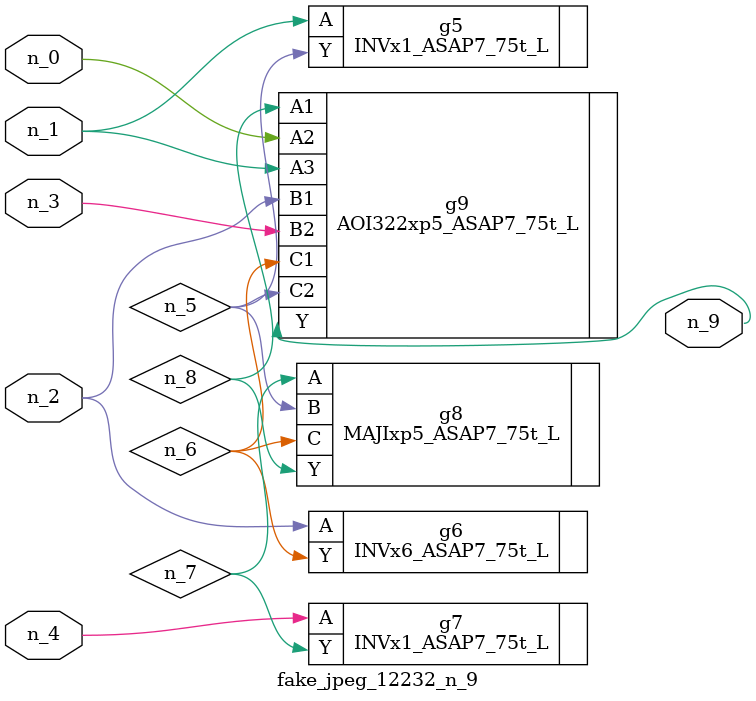
<source format=v>
module fake_jpeg_12232_n_9 (n_3, n_2, n_1, n_0, n_4, n_9);

input n_3;
input n_2;
input n_1;
input n_0;
input n_4;

output n_9;

wire n_8;
wire n_6;
wire n_5;
wire n_7;

INVx1_ASAP7_75t_L g5 ( 
.A(n_1),
.Y(n_5)
);

INVx6_ASAP7_75t_L g6 ( 
.A(n_2),
.Y(n_6)
);

INVx1_ASAP7_75t_L g7 ( 
.A(n_4),
.Y(n_7)
);

MAJIxp5_ASAP7_75t_L g8 ( 
.A(n_7),
.B(n_5),
.C(n_6),
.Y(n_8)
);

AOI322xp5_ASAP7_75t_L g9 ( 
.A1(n_8),
.A2(n_0),
.A3(n_1),
.B1(n_2),
.B2(n_3),
.C1(n_6),
.C2(n_5),
.Y(n_9)
);


endmodule
</source>
